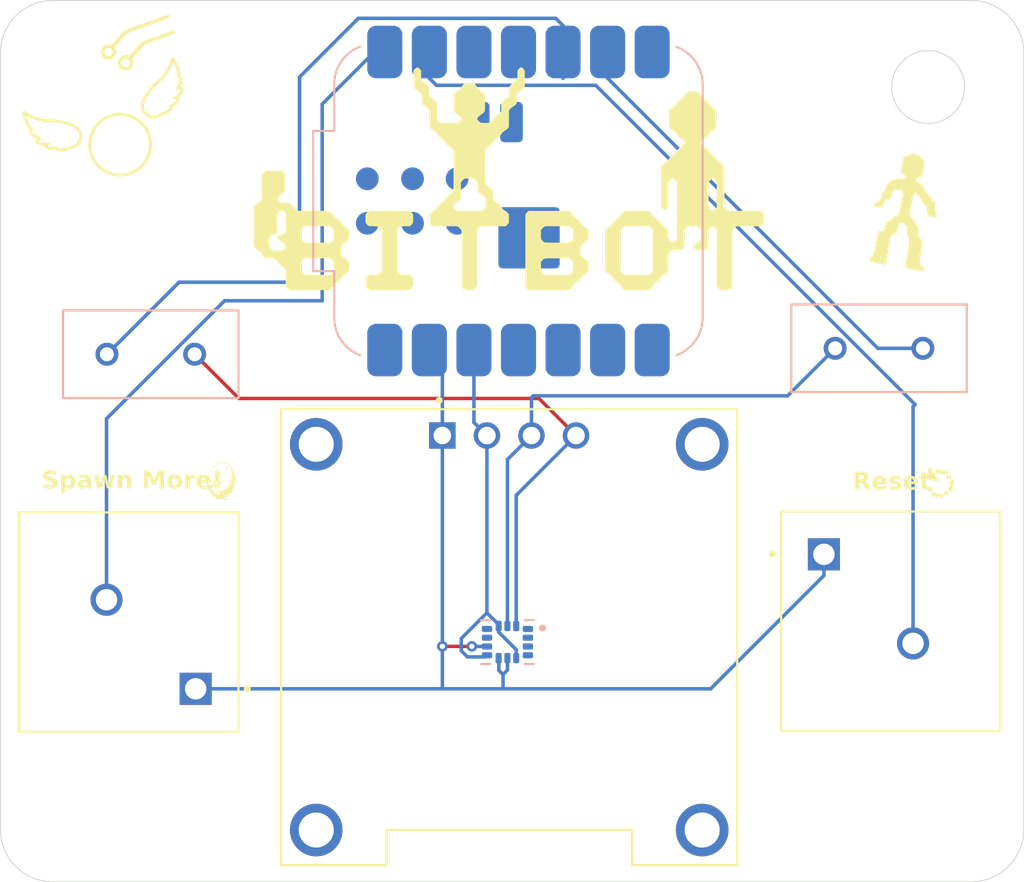
<source format=kicad_pcb>
(kicad_pcb (version 20241229) (generator "pcbnew") (generator_version "9.0")
  (layers (0 "F.Cu" signal) (2 "B.Cu" signal) (13 "F.Paste" user) (15 "B.Paste" user) (5 "F.SilkS" user "F.Silkscreen") (7 "B.SilkS" user "B.Silkscreen") (1 "F.Mask" user) (3 "B.Mask" user) (25 "Edge.Cuts" user))
  (net 0 "")
  (net 1 "SCL")
  (net 2 "Net-(U1-GPIO7{slash}SCL)")
  (net 3 "SDA")
  (net 4 "Net-(U1-GPIO6{slash}SDA)")
  (net 5 "GND")
  (net 6 "AddPeep")
  (net 7 "Reset")
  (net 14 "3V3")
  (footprint "LOGO" (layer "F.Cu") (at 130.1 67.75 -10)
    (property "Reference" "G***" (hide yes))
    (property "Value" "LOGO" (hide yes))
  )
  (footprint "LOGO" (layer "F.Cu") (at 146.28 51.07)
    (property "Reference" "G***" (hide yes))
    (property "Value" "LOGO" (hide yes))
  )
  (footprint "NCA2:SW_NCA2" (layer "F.Cu") (at 168.25 75.78 180)
    (property "Reference" "S1" (hide yes))
    (property "Value" "NCA2" (hide yes))
    (pad "" np_thru_hole circle (at -3.81 1.27 180) (size 1 1) (drill 1) (layers "*.Cu" "*.Mask"))
    (pad "" np_thru_hole circle (at 3.81 -3.81 180) (size 1 1) (drill 1) (layers "*.Cu" "*.Mask"))
    (pad "1" thru_hole rect (at 3.81 3.81 180) (size 1.83 1.83) (drill 1.22) (layers "*.Cu" "*.Mask") (net 5 "GND"))
    (pad "3" thru_hole circle (at -1.27 -1.27 180) (size 1.83 1.83) (drill 1.22) (layers "*.Cu" "*.Mask") (net 6 "AddPeep"))
  )
  (footprint "LOGO" (layer "F.Cu") (at 171.055398 67.928946 -10)
    (property "Reference" "G***" (hide yes))
    (property "Value" "LOGO" (hide yes))
  )
  (footprint "LOGO" (layer "F.Cu") (at 123.74 46.61 20)
    (property "Reference" "G***" (hide yes))
    (property "Value" "LOGO" (hide yes))
  )
  (footprint "NCA2:SW_NCA2" (layer "F.Cu") (at 124.8175 75.83)
    (property "Reference" "S2" (hide yes))
    (property "Value" "NCA2")
    (pad "" np_thru_hole circle (at -3.81 1.27) (size 1 1) (drill 1) (layers "*.Cu" "*.Mask"))
    (pad "" np_thru_hole circle (at 3.81 -3.81) (size 1 1) (drill 1) (layers "*.Cu" "*.Mask"))
    (pad "1" thru_hole rect (at 3.81 3.81) (size 1.83 1.83) (drill 1.22) (layers "*.Cu" "*.Mask") (net 5 "GND"))
    (pad "3" thru_hole circle (at -1.27 -1.27) (size 1.83 1.83) (drill 1.22) (layers "*.Cu" "*.Mask") (net 7 "Reset"))
  )
  (footprint "DM-OLED096-636:MODULE_DM-OLED096-636" (layer "F.Cu") (at 146.5 76.695)
    (property "Reference" "U2" (hide yes))
    (property "Value" "DM-OLED096-636" (hide yes))
    (pad "1" thru_hole rect (at -3.81 -11.5) (size 1.508 1.508) (drill 1) (layers "*.Cu" "*.Mask") (net 5 "GND"))
    (pad "2" thru_hole circle (at -1.27 -11.5) (size 1.508 1.508) (drill 1) (layers "*.Cu" "*.Mask") (net 14 "3V3"))
    (pad "3" thru_hole circle (at 1.27 -11.5) (size 1.508 1.508) (drill 1) (layers "*.Cu" "*.Mask") (net 1 "SCL"))
    (pad "4" thru_hole circle (at 3.81 -11.5) (size 1.508 1.508) (drill 1) (layers "*.Cu" "*.Mask") (net 3 "SDA"))
    (pad "S1" thru_hole circle (at -11 -11) (size 3 3) (drill 2) (layers "*.Cu" "*.Mask"))
    (pad "S2" thru_hole circle (at 11 -11) (size 3 3) (drill 2) (layers "*.Cu" "*.Mask"))
    (pad "S3" thru_hole circle (at 11 11) (size 3 3) (drill 2) (layers "*.Cu" "*.Mask"))
    (pad "S4" thru_hole circle (at -11 11) (size 3 3) (drill 2) (layers "*.Cu" "*.Mask"))
  )
  (footprint "LOGO" (layer "F.Cu") (at 169.09 52.22 -10)
    (property "Reference" "G***" (hide yes))
    (property "Value" "LOGO" (hide yes))
  )
  (footprint "CF12JT4K70:XTAL_ZTA-2.44MG" (layer "B.Cu") (at 167.58 60.22)
    (property "Reference" "R1" (hide yes))
    (property "Value" "R")
    (pad "1" thru_hole circle (at -2.5 0) (size 1.308 1.308) (drill 0.8) (layers "*.Cu" "*.Mask") (net 1 "SCL"))
    (pad "2" thru_hole circle (at 2.5 0) (size 1.308 1.308) (drill 0.8) (layers "*.Cu" "*.Mask") (net 2 "Net-(U1-GPIO7{slash}SCL)"))
  )
  (footprint "RF_Module:MCU_Seeed_ESP32C3" (layer "B.Cu") (at 147.03 51.82 -90)
    (property "Reference" "U1" (hide yes))
    (property "Value" "XIAO-RP2040-DIP" (hide yes))
    (pad "1" smd roundrect (at -8.5 7.62 270) (size 3 2) (layers "B.Cu" "B.Mask" "B.Paste") (net 7 "Reset"))
    (pad "2" smd roundrect (at -8.5 5.08 270) (size 3 2) (layers "B.Cu" "B.Mask" "B.Paste") (net 6 "AddPeep"))
    (pad "3" smd roundrect (at -8.5 2.54 270) (size 3 2) (layers "B.Cu" "B.Mask" "B.Paste"))
    (pad "4" smd roundrect (at -8.5 0 270) (size 3 2) (layers "B.Cu" "B.Mask" "B.Paste"))
    (pad "5" smd roundrect (at -8.5 -2.54 270) (size 3 2) (layers "B.Cu" "B.Mask" "B.Paste") (net 4 "Net-(U1-GPIO6{slash}SDA)"))
    (pad "6" smd roundrect (at -8.5 -5.08 270) (size 3 2) (layers "B.Cu" "B.Mask" "B.Paste") (net 2 "Net-(U1-GPIO7{slash}SCL)"))
    (pad "7" smd roundrect (at -8.5 -7.62 270) (size 3 2) (layers "B.Cu" "B.Mask" "B.Paste"))
    (pad "8" smd roundrect (at 8.5 -7.62 270) (size 3 2) (layers "B.Cu" "B.Mask" "B.Paste"))
    (pad "9" smd roundrect (at 8.5 -5.08 270) (size 3 2) (layers "B.Cu" "B.Mask" "B.Paste"))
    (pad "10" smd roundrect (at 8.5 -2.54 270) (size 3 2) (layers "B.Cu" "B.Mask" "B.Paste"))
    (pad "11" smd roundrect (at 8.5 0 270) (size 3 2) (layers "B.Cu" "B.Mask" "B.Paste"))
    (pad "12" smd roundrect (at 8.5 2.54 270) (size 3 2) (layers "B.Cu" "B.Mask" "B.Paste") (net 14 "3V3"))
    (pad "13" smd roundrect (at 8.5 5.08 270) (size 3 2) (layers "B.Cu" "B.Mask" "B.Paste") (net 5 "GND"))
    (pad "14" smd roundrect (at 8.5 7.62 270) (size 3 2) (layers "B.Cu" "B.Mask" "B.Paste"))
    (pad "15" smd roundrect (at 2.1 -0.6 270) (size 3.5 3.5) (property pad_prop_heatsink) (layers "B.Cu" "B.Mask") (roundrect_rratio 0.07142857143))
    (pad "16" smd roundrect (at -4.5 0.4 270) (size 2.3 1.3) (layers "B.Cu" "B.Mask" "B.Paste") (roundrect_rratio 0.1923076923))
    (pad "17" smd roundrect (at -4.5 2.3 270) (size 2.3 1.3) (layers "B.Cu" "B.Mask" "B.Paste") (roundrect_rratio 0.1923076923))
    (pad "18" smd circle (at -1.27 8.62 270) (size 1.3 1.3) (layers "B.Cu" "B.Mask" "B.Paste"))
    (pad "19" smd circle (at -1.27 6.04 270) (size 1.3 1.3) (layers "B.Cu" "B.Mask" "B.Paste"))
    (pad "20" smd circle (at -1.27 3.5 270) (size 1.3 1.3) (layers "B.Cu" "B.Mask" "B.Paste"))
    (pad "21" smd circle (at 1.27 3.5 270) (size 1.3 1.3) (layers "B.Cu" "B.Mask" "B.Paste"))
    (pad "22" smd circle (at 1.27 6.04 270) (size 1.3 1.3) (layers "B.Cu" "B.Mask" "B.Paste"))
    (pad "23" smd circle (at 1.27 8.62 270) (size 1.3 1.3) (layers "B.Cu" "B.Mask" "B.Paste"))
  )
  (footprint "ICM-42688-P:PQFN50P300X250X97-14N" (layer "B.Cu") (at 146.4 76.975 180)
    (property "Reference" "U3" (hide yes))
    (property "Value" "ICM-42688-P")
    (pad "1" smd roundrect (at -1.165 0.75 180) (size 0.59 0.35) (layers "B.Cu" "B.Paste"))
    (pad "2" smd roundrect (at -1.165 0.25 180) (size 0.59 0.35) (layers "B.Cu" "B.Paste"))
    (pad "3" smd roundrect (at -1.165 -0.25 180) (size 0.59 0.35) (layers "B.Cu" "B.Paste"))
    (pad "4" smd roundrect (at -1.165 -0.75 180) (size 0.59 0.35) (layers "B.Cu" "B.Paste"))
    (pad "5" smd roundrect (at -0.5 -0.915 180) (size 0.35 0.59) (layers "B.Cu" "B.Paste") (net 14 "3V3"))
    (pad "6" smd roundrect (at 0 -0.915 180) (size 0.35 0.59) (layers "B.Cu" "B.Paste") (net 5 "GND"))
    (pad "7" smd roundrect (at 0.5 -0.915 180) (size 0.35 0.59) (layers "B.Cu" "B.Paste") (net 5 "GND"))
    (pad "8" smd roundrect (at 1.165 -0.75 180) (size 0.59 0.35) (layers "B.Cu" "B.Paste") (net 14 "3V3"))
    (pad "9" smd roundrect (at 1.165 -0.25 180) (size 0.59 0.35) (layers "B.Cu" "B.Paste") (net 5 "GND"))
    (pad "10" smd roundrect (at 1.165 0.25 180) (size 0.59 0.35) (layers "B.Cu" "B.Paste"))
    (pad "11" smd roundrect (at 1.165 0.75 180) (size 0.59 0.35) (layers "B.Cu" "B.Paste"))
    (pad "12" smd roundrect (at 0.5 0.915 180) (size 0.35 0.59) (layers "B.Cu" "B.Paste") (net 14 "3V3"))
    (pad "13" smd roundrect (at 0 0.915 180) (size 0.35 0.59) (layers "B.Cu" "B.Paste") (net 1 "SCL"))
    (pad "14" smd roundrect (at -0.5 0.915 180) (size 0.35 0.59) (layers "B.Cu" "B.Paste") (net 3 "SDA"))
  )
  (footprint "CF12JT4K70:XTAL_ZTA-2.44MG" (layer "B.Cu") (at 126.07 60.56)
    (property "Reference" "R2" (hide yes))
    (property "Value" "R")
    (pad "1" thru_hole circle (at -2.5 0) (size 1.308 1.308) (drill 0.8) (layers "*.Cu" "*.Mask") (net 4 "Net-(U1-GPIO6{slash}SDA)"))
    (pad "2" thru_hole circle (at 2.5 0) (size 1.308 1.308) (drill 0.8) (layers "*.Cu" "*.Mask") (net 3 "SDA"))
  )
  (gr_line (start 117.5 87.65) (end 117.5 43.38) (stroke (width 0.05)) (layer "Edge.Cuts"))
  (gr_arc (start 120.5 90.65) (mid 118.37868 89.77132) (end 117.5 87.65) (stroke (width 0.05)) (layer "Edge.Cuts"))
  (gr_line (start 175.83 43.38) (end 175.83 87.65) (stroke (width 0.05)) (layer "Edge.Cuts"))
  (gr_circle (center 170.38 45.32) (end 172.35 45.98) (stroke (width 0.05)) (fill no) (layer "Edge.Cuts"))
  (gr_line (start 172.83 90.65) (end 120.5 90.65) (stroke (width 0.05)) (layer "Edge.Cuts"))
  (gr_arc (start 172.83 40.38) (mid 174.95132 41.25868) (end 175.83 43.38) (stroke (width 0.05)) (layer "Edge.Cuts"))
  (gr_arc (start 117.5 43.38) (mid 118.37868 41.25868) (end 120.5 40.38) (stroke (width 0.05)) (layer "Edge.Cuts"))
  (gr_arc (start 175.83 87.65) (mid 174.95132 89.77132) (end 172.83 90.65) (stroke (width 0.05)) (layer "Edge.Cuts"))
  (gr_line (start 120.5 40.38) (end 172.83 40.38) (stroke (width 0.05)) (layer "Edge.Cuts"))
  (gr_text "Reset" (at 166.06 68.45 0) (layer "F.SilkS") (effects (font (size 1 1) (thickness 0.2) (bold yes)) (justify left bottom)))
  (gr_text "Spawn More!" (at 119.83 68.38 0) (layer "F.SilkS") (effects (font (size 1 1) (thickness 0.2) (bold yes)) (justify left bottom)))
  (segment (start 162.37 62.93) (end 147.87 62.93) (width 0.2) (layer "B.Cu") (net 1))
  (segment (start 146.4 76.06) (end 146.4 66.565) (width 0.2) (layer "B.Cu") (net 1))
  (segment (start 147.77 63.03) (end 147.77 65.195) (width 0.2) (layer "B.Cu") (net 1))
  (segment (start 146.4 66.565) (end 147.77 65.195) (width 0.2) (layer "B.Cu") (net 1))
  (segment (start 165.08 60.22) (end 162.37 62.93) (width 0.2) (layer "B.Cu") (net 1))
  (segment (start 147.87 62.93) (end 147.77 63.03) (width 0.2) (layer "B.Cu") (net 1))
  (segment (start 152.11 44.82) (end 152.11 43.32) (width 0.2) (layer "B.Cu") (net 2))
  (segment (start 170.08 60.22) (end 167.51 60.22) (width 0.2) (layer "B.Cu") (net 2))
  (segment (start 167.51 60.22) (end 152.11 44.82) (width 0.2) (layer "B.Cu") (net 2))
  (segment (start 128.57 60.56) (end 131.09 63.08) (width 0.2) (layer "F.Cu") (net 3))
  (segment (start 131.09 63.08) (end 148.195 63.08) (width 0.2) (layer "F.Cu") (net 3))
  (segment (start 148.195 63.08) (end 150.31 65.195) (width 0.2) (layer "F.Cu") (net 3))
  (segment (start 146.9 76.06) (end 146.9 68.605) (width 0.2) (layer "B.Cu") (net 3))
  (segment (start 146.9 68.605) (end 150.31 65.195) (width 0.2) (layer "B.Cu") (net 3))
  (segment (start 127.68 56.45) (end 134.55 56.45) (width 0.2) (layer "B.Cu") (net 4))
  (segment (start 137.9 41.4) (end 149.15 41.4) (width 0.2) (layer "B.Cu") (net 4))
  (segment (start 134.55 44.75) (end 137.9 41.4) (width 0.2) (layer "B.Cu") (net 4))
  (segment (start 149.57 41.82) (end 149.57 43.32) (width 0.2) (layer "B.Cu") (net 4))
  (segment (start 149.57 43.32) (end 149.57 44.82) (width 0.2) (layer "B.Cu") (net 4))
  (segment (start 123.57 60.56) (end 127.68 56.45) (width 0.2) (layer "B.Cu") (net 4))
  (segment (start 134.55 56.45) (end 134.55 44.75) (width 0.2) (layer "B.Cu") (net 4))
  (segment (start 149.15 41.4) (end 149.57 41.82) (width 0.2) (layer "B.Cu") (net 4))
  (segment (start 144.37 77.22) (end 142.69 77.22) (width 0.2) (layer "F.Cu") (net 5))
  (via (at 142.69 77.22) (size 0.6) (drill 0.3) (layers "F.Cu" "B.Cu") (net 5))
  (via (at 144.37 77.22) (size 0.6) (drill 0.3) (layers "F.Cu" "B.Cu") (net 5))
  (segment (start 128.6275 79.64) (end 146.15 79.64) (width 0.2) (layer "B.Cu") (net 5))
  (segment (start 157.98 79.64) (end 146.15 79.64) (width 0.2) (layer "B.Cu") (net 5))
  (segment (start 142.69 77.22) (end 142.69 79.62) (width 0.2) (layer "B.Cu") (net 5))
  (segment (start 145.91 77.9) (end 145.91 78.59) (width 0.2) (layer "B.Cu") (net 5))
  (segment (start 145.91 78.59) (end 146.13 78.81) (width 0.2) (layer "B.Cu") (net 5))
  (segment (start 146.4 77.89) (end 146.4 78.57) (width 0.2) (layer "B.Cu") (net 5))
  (segment (start 146.13 78.81) (end 146.16 78.81) (width 0.2) (layer "B.Cu") (net 5))
  (segment (start 142.69 65.195) (end 142.69 77.22) (width 0.2) (layer "B.Cu") (net 5))
  (segment (start 142.69 65.195) (end 142.69 61.06) (width 0.2) (layer "B.Cu") (net 5))
  (segment (start 146.4 78.57) (end 146.16 78.81) (width 0.2) (layer "B.Cu") (net 5))
  (segment (start 144.375 77.225) (end 144.37 77.22) (width 0.2) (layer "B.Cu") (net 5))
  (segment (start 164.44 73.18) (end 164.44 71.97) (width 0.2) (layer "B.Cu") (net 5))
  (segment (start 145.9 77.89) (end 145.91 77.9) (width 0.2) (layer "B.Cu") (net 5))
  (segment (start 145.235 77.225) (end 144.375 77.225) (width 0.2) (layer "B.Cu") (net 5))
  (segment (start 146.15 78.82) (end 146.15 79.64) (width 0.2) (layer "B.Cu") (net 5))
  (segment (start 157.98 79.64) (end 164.44 73.18) (width 0.2) (layer "B.Cu") (net 5))
  (segment (start 146.16 78.81) (end 146.15 78.82) (width 0.2) (layer "B.Cu") (net 5))
  (segment (start 142.69 61.06) (end 141.95 60.32) (width 0.2) (layer "B.Cu") (net 5))
  (segment (start 169.52 63.549426) (end 169.52 77.05) (width 0.2) (layer "B.Cu") (net 6))
  (segment (start 142.351 45.221) (end 141.95 44.82) (width 0.2) (layer "B.Cu") (net 6))
  (segment (start 169.64 63.429426) (end 151.431574 45.221) (width 0.2) (layer "B.Cu") (net 6))
  (segment (start 141.95 44.82) (end 141.95 43.32) (width 0.2) (layer "B.Cu") (net 6))
  (segment (start 151.431574 45.221) (end 142.351 45.221) (width 0.2) (layer "B.Cu") (net 6))
  (segment (start 169.64 63.429426) (end 169.52 63.549426) (width 0.2) (layer "B.Cu") (net 6))
  (segment (start 138.81 43.32) (end 139.41 43.32) (width 0.2) (layer "B.Cu") (net 7))
  (segment (start 135.84 46.29) (end 138.81 43.32) (width 0.2) (layer "B.Cu") (net 7))
  (segment (start 123.5475 74.56) (end 123.5475 64.231926) (width 0.2) (layer "B.Cu") (net 7))
  (segment (start 123.5475 64.231926) (end 130.269426 57.51) (width 0.2) (layer "B.Cu") (net 7))
  (segment (start 135.84 57.51) (end 135.84 46.29) (width 0.2) (layer "B.Cu") (net 7))
  (segment (start 130.269426 57.51) (end 135.84 57.51) (width 0.2) (layer "B.Cu") (net 7))
  (segment (start 145.9 75.98) (end 145.23 75.31) (width 0.2) (layer "B.Cu") (net 14))
  (segment (start 145.235 77.725) (end 145.139 77.821) (width 0.2) (layer "B.Cu") (net 14))
  (segment (start 145.9 76.06) (end 145.9 75.98) (width 0.2) (layer "B.Cu") (net 14))
  (segment (start 146.9 77.89) (end 146.9 77.406848) (width 0.2) (layer "B.Cu") (net 14))
  (segment (start 144.49 60.32) (end 144.49 64.455) (width 0.2) (layer "B.Cu") (net 14))
  (segment (start 146.9 77.406848) (end 145.9 76.406848) (width 0.2) (layer "B.Cu") (net 14))
  (segment (start 143.769 76.771) (end 145.23 75.31) (width 0.2) (layer "B.Cu") (net 14))
  (segment (start 143.769 77.468943) (end 143.769 76.771) (width 0.2) (layer "B.Cu") (net 14))
  (segment (start 145.139 77.821) (end 144.121057 77.821) (width 0.2) (layer "B.Cu") (net 14))
  (segment (start 144.49 64.455) (end 145.23 65.195) (width 0.2) (layer "B.Cu") (net 14))
  (segment (start 145.23 75.31) (end 145.23 65.195) (width 0.2) (layer "B.Cu") (net 14))
  (segment (start 145.9 76.406848) (end 145.9 76.06) (width 0.2) (layer "B.Cu") (net 14))
  (segment (start 144.121057 77.821) (end 143.769 77.468943) (width 0.2) (layer "B.Cu") (net 14))
)
</source>
